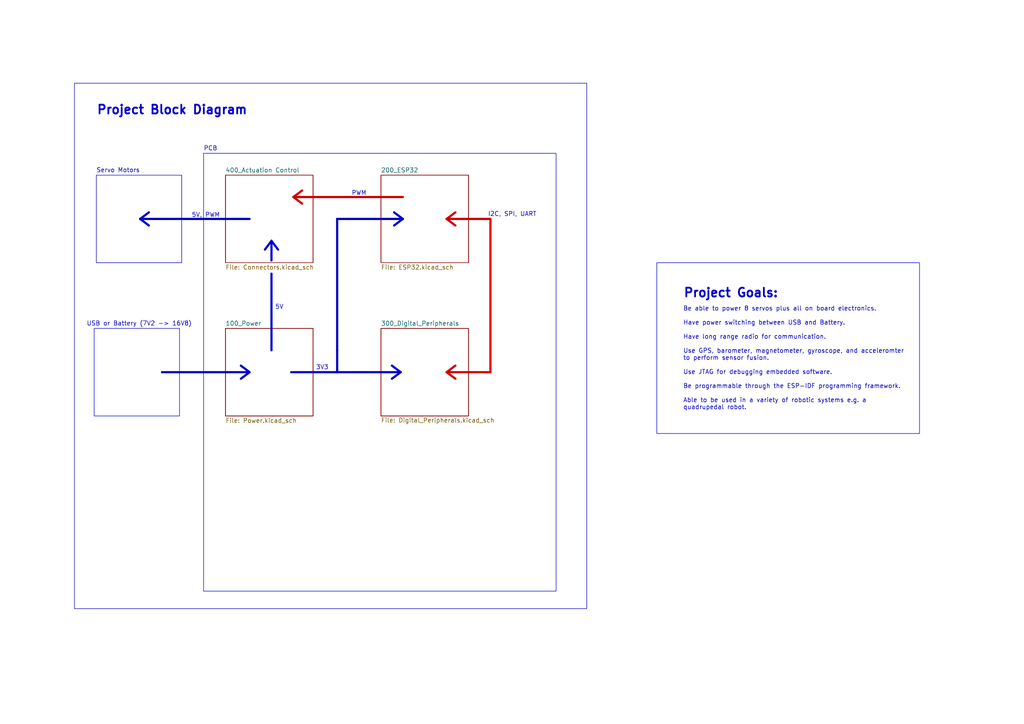
<source format=kicad_sch>
(kicad_sch
	(version 20250114)
	(generator "eeschema")
	(generator_version "9.0")
	(uuid "c0b09de1-c640-438f-9ef5-dda14a6aac71")
	(paper "A4")
	(title_block
		(title "Project Outline")
		(date "25-05-2025")
		(rev "0.0.1")
	)
	(lib_symbols)
	(rectangle
		(start 190.5 76.2)
		(end 266.7 125.73)
		(stroke
			(width 0)
			(type default)
		)
		(fill
			(type none)
		)
		(uuid 4fdfd36e-619e-4e2a-a450-7c3631cceab2)
	)
	(rectangle
		(start 21.59 24.13)
		(end 170.18 176.53)
		(stroke
			(width 0)
			(type default)
		)
		(fill
			(type none)
		)
		(uuid 6c7b8737-5bd1-4416-9439-eb4fc63ca7cf)
	)
	(rectangle
		(start 27.305 95.25)
		(end 52.07 120.65)
		(stroke
			(width 0)
			(type solid)
		)
		(fill
			(type none)
		)
		(uuid d7e9adc5-b3a8-4843-8b70-014d0d9c015b)
	)
	(rectangle
		(start 59.055 44.45)
		(end 161.29 171.45)
		(stroke
			(width 0)
			(type default)
		)
		(fill
			(type none)
		)
		(uuid e5358679-89bd-47a7-a7f9-8fd82dbbf6a7)
	)
	(rectangle
		(start 27.94 50.8)
		(end 52.705 76.2)
		(stroke
			(width 0)
			(type solid)
		)
		(fill
			(type none)
		)
		(uuid e95c808f-9af3-411b-b5e1-738920894a40)
	)
	(text "3V3"
		(exclude_from_sim no)
		(at 93.472 106.68 0)
		(effects
			(font
				(size 1.27 1.27)
			)
		)
		(uuid "16d28804-02d1-4aaf-88d3-6d5ac1466cb9")
	)
	(text "I2C, SPI, UART"
		(exclude_from_sim no)
		(at 148.59 62.23 0)
		(effects
			(font
				(size 1.27 1.27)
			)
		)
		(uuid "1fe92bc1-b97b-46e6-b794-17ee6c102816")
	)
	(text "Be able to power 8 servos plus all on board electronics.\n\nHave power switching between USB and Battery. \n\nHave long range radio for communication.\n\nUse GPS, barometer, magnetometer, gyroscope, and acceleromter\nto perform sensor fusion.\n\nUse JTAG for debugging embedded software.\n\nBe programmable through the ESP-IDF programming framework.\n\nAble to be used in a variety of robotic systems e.g. a \nquadrupedal robot.\n\n"
		(exclude_from_sim no)
		(at 198.12 88.9 0)
		(effects
			(font
				(size 1.27 1.27)
				(thickness 0.1588)
			)
			(justify left top)
		)
		(uuid "54568c30-a9d8-4f6a-9e2c-fe2f2e2d2a87")
	)
	(text "PCB"
		(exclude_from_sim no)
		(at 59.055 43.18 0)
		(effects
			(font
				(size 1.27 1.27)
			)
			(justify left)
		)
		(uuid "67814f73-ba95-40d9-b6bb-a1ff0c021892")
	)
	(text "5V, PWM"
		(exclude_from_sim no)
		(at 59.69 62.484 0)
		(effects
			(font
				(size 1.27 1.27)
			)
		)
		(uuid "6975129d-d633-4677-b0ea-2dacfa86f367")
	)
	(text "PWM"
		(exclude_from_sim no)
		(at 104.14 56.134 0)
		(effects
			(font
				(size 1.27 1.27)
			)
		)
		(uuid "9427a58f-99ed-4de8-bea6-ed1cc935661c")
	)
	(text "Project Block Diagram\n"
		(exclude_from_sim no)
		(at 27.94 32.004 0)
		(effects
			(font
				(size 2.54 2.54)
				(thickness 0.508)
				(bold yes)
			)
			(justify left)
		)
		(uuid "97f2fcb2-e6cb-4181-8e57-cd9765dfbb58")
	)
	(text "5V"
		(exclude_from_sim no)
		(at 81.026 89.154 0)
		(effects
			(font
				(size 1.27 1.27)
			)
		)
		(uuid "abe2a66f-66b6-4abb-b819-934f705b24f2")
	)
	(text "USB or Battery (7V2 -> 16V8)\n"
		(exclude_from_sim no)
		(at 40.386 93.98 0)
		(effects
			(font
				(size 1.27 1.27)
			)
		)
		(uuid "b9b13ddb-06ff-49bd-906e-50ce5ab276a6")
	)
	(text "Project Goals:\n"
		(exclude_from_sim no)
		(at 198.12 85.09 0)
		(effects
			(font
				(size 2.54 2.54)
				(thickness 0.508)
				(bold yes)
			)
			(justify left)
		)
		(uuid "bbaf2613-c649-4332-bd37-883a28b2b15a")
	)
	(text "Servo Motors"
		(exclude_from_sim no)
		(at 27.94 49.53 0)
		(effects
			(font
				(size 1.27 1.27)
			)
			(justify left)
		)
		(uuid "efb3ac08-9524-457f-8731-bff5a76ba401")
	)
	(polyline
		(pts
			(xy 129.54 63.5) (xy 142.24 63.5)
		)
		(stroke
			(width 0.635)
			(type solid)
			(color 200 0 0 1)
		)
		(uuid "09223a23-70d0-4796-bd91-e5a32670707e")
	)
	(polyline
		(pts
			(xy 97.79 107.95) (xy 97.79 101.6)
		)
		(stroke
			(width 0.635)
			(type solid)
		)
		(uuid "11799bed-5559-428c-aa36-0ca3cc3ae1fc")
	)
	(polyline
		(pts
			(xy 40.64 63.5) (xy 43.18 61.595)
		)
		(stroke
			(width 0.635)
			(type solid)
		)
		(uuid "1a2c1e9a-9e72-4c75-95e3-a0c3d0982a56")
	)
	(polyline
		(pts
			(xy 85.09 57.15) (xy 87.63 59.055)
		)
		(stroke
			(width 0.635)
			(type solid)
			(color 200 0 0 1)
		)
		(uuid "3c5c8c46-f7b1-480b-b3ed-400cdba62ee0")
	)
	(polyline
		(pts
			(xy 78.74 69.85) (xy 76.835 72.39)
		)
		(stroke
			(width 0.635)
			(type solid)
		)
		(uuid "43e49af7-5ae8-4670-9971-abfb00210243")
	)
	(polyline
		(pts
			(xy 72.39 107.95) (xy 69.85 109.855)
		)
		(stroke
			(width 0.635)
			(type solid)
		)
		(uuid "45937646-d58e-436f-93e3-97ac5ad89636")
	)
	(polyline
		(pts
			(xy 116.205 107.95) (xy 113.665 106.045)
		)
		(stroke
			(width 0.635)
			(type solid)
		)
		(uuid "47c4edf8-8ba1-410a-a5ab-e90c30ab101a")
	)
	(polyline
		(pts
			(xy 78.74 79.375) (xy 78.74 101.6)
		)
		(stroke
			(width 0.635)
			(type solid)
		)
		(uuid "57cabaf0-3441-415e-b1e7-ddaa4471fa36")
	)
	(polyline
		(pts
			(xy 46.99 107.95) (xy 71.755 107.95)
		)
		(stroke
			(width 0.635)
			(type solid)
		)
		(uuid "5b9ec63e-f369-4457-9335-12e37ea40187")
	)
	(polyline
		(pts
			(xy 40.64 63.5) (xy 72.39 63.5)
		)
		(stroke
			(width 0.635)
			(type solid)
		)
		(uuid "5c49250e-2b8b-4613-ab3e-7f0ff017cf40")
	)
	(polyline
		(pts
			(xy 97.79 63.5) (xy 116.84 63.5)
		)
		(stroke
			(width 0.635)
			(type solid)
		)
		(uuid "5e072b8e-e5ab-4148-b908-de9c4a2856c3")
	)
	(polyline
		(pts
			(xy 129.54 107.95) (xy 132.08 106.045)
		)
		(stroke
			(width 0.635)
			(type solid)
			(color 200 0 0 1)
		)
		(uuid "5e3d30ad-5f25-4284-8988-89ed7c403162")
	)
	(polyline
		(pts
			(xy 129.54 63.5) (xy 132.08 65.405)
		)
		(stroke
			(width 0.635)
			(type solid)
			(color 200 0 0 1)
		)
		(uuid "6190a74f-ac48-4c1f-9d35-d29cf96f6ad1")
	)
	(polyline
		(pts
			(xy 40.64 63.5) (xy 43.18 65.405)
		)
		(stroke
			(width 0.635)
			(type solid)
		)
		(uuid "659edb08-998f-4227-b04b-7ab75364f9a0")
	)
	(polyline
		(pts
			(xy 116.205 107.95) (xy 113.665 109.855)
		)
		(stroke
			(width 0.635)
			(type solid)
		)
		(uuid "7304f160-dec2-4dc3-920b-82c343622685")
	)
	(polyline
		(pts
			(xy 78.74 69.85) (xy 78.74 75.565)
		)
		(stroke
			(width 0.635)
			(type solid)
		)
		(uuid "810f4e01-f341-4651-9e61-c53ebb64eadd")
	)
	(polyline
		(pts
			(xy 97.79 101.6) (xy 97.79 63.5)
		)
		(stroke
			(width 0.635)
			(type solid)
		)
		(uuid "84d04786-2544-40b7-96c7-4454961cc10c")
	)
	(polyline
		(pts
			(xy 116.84 63.5) (xy 114.3 61.595)
		)
		(stroke
			(width 0.635)
			(type solid)
		)
		(uuid "8f6d1685-4b56-45a3-b617-4cdce27ea10e")
	)
	(polyline
		(pts
			(xy 85.09 57.15) (xy 116.84 57.15)
		)
		(stroke
			(width 0.635)
			(type solid)
			(color 200 0 0 1)
		)
		(uuid "9d32616e-9181-4bd8-bd40-75e6d879bf87")
	)
	(polyline
		(pts
			(xy 72.39 107.95) (xy 69.85 106.045)
		)
		(stroke
			(width 0.635)
			(type solid)
		)
		(uuid "9e3932f3-78e6-467a-a233-6f85d750c7a1")
	)
	(polyline
		(pts
			(xy 129.54 107.95) (xy 132.08 109.855)
		)
		(stroke
			(width 0.635)
			(type solid)
			(color 200 0 0 1)
		)
		(uuid "a9ff4042-ed04-4e88-8abe-7a76ae691ea5")
	)
	(polyline
		(pts
			(xy 129.54 63.5) (xy 132.08 61.595)
		)
		(stroke
			(width 0.635)
			(type solid)
			(color 200 0 0 1)
		)
		(uuid "b979bd29-2d35-4754-9591-f8bfebb889bf")
	)
	(polyline
		(pts
			(xy 142.24 63.5) (xy 142.24 107.95)
		)
		(stroke
			(width 0.635)
			(type solid)
			(color 200 0 0 1)
		)
		(uuid "becb5ae3-5048-46f4-bcd8-e063edbb5024")
	)
	(polyline
		(pts
			(xy 78.74 69.85) (xy 80.645 72.39)
		)
		(stroke
			(width 0.635)
			(type solid)
		)
		(uuid "c14e336f-c132-4c17-b0f3-0f25e9cb1a1e")
	)
	(polyline
		(pts
			(xy 116.84 63.5) (xy 114.3 65.405)
		)
		(stroke
			(width 0.635)
			(type solid)
		)
		(uuid "c9814e29-41c7-44c7-8be2-1ee1ccc9d818")
	)
	(polyline
		(pts
			(xy 84.455 107.95) (xy 116.205 107.95)
		)
		(stroke
			(width 0.635)
			(type solid)
		)
		(uuid "d6edb6b4-6ecf-4533-bcec-31742c690a88")
	)
	(polyline
		(pts
			(xy 85.09 57.15) (xy 87.63 55.245)
		)
		(stroke
			(width 0.635)
			(type solid)
			(color 200 0 0 1)
		)
		(uuid "e784cfbf-2e14-48ba-b259-552345516d48")
	)
	(polyline
		(pts
			(xy 129.54 107.95) (xy 142.24 107.95)
		)
		(stroke
			(width 0.635)
			(type solid)
			(color 200 0 0 1)
		)
		(uuid "f8ed24bf-dd59-4002-b80c-57d3da9fac10")
	)
	(sheet
		(at 110.49 95.25)
		(size 25.4 25.4)
		(exclude_from_sim no)
		(in_bom yes)
		(on_board yes)
		(dnp no)
		(stroke
			(width 0.1524)
			(type solid)
		)
		(fill
			(color 0 0 0 0.0000)
		)
		(uuid "6e3c2630-2fcb-4f90-ad6a-c196891e487c")
		(property "Sheetname" "300_Digital_Peripherals"
			(at 110.49 94.5384 0)
			(effects
				(font
					(size 1.27 1.27)
				)
				(justify left bottom)
			)
		)
		(property "Sheetfile" "Digital_Peripherals.kicad_sch"
			(at 110.49 121.158 0)
			(effects
				(font
					(size 1.27 1.27)
				)
				(justify left top)
			)
		)
		(instances
			(project "MCU_AURA"
				(path "/c0b09de1-c640-438f-9ef5-dda14a6aac71"
					(page "4")
				)
			)
		)
	)
	(sheet
		(at 110.49 50.8)
		(size 25.4 25.4)
		(exclude_from_sim no)
		(in_bom yes)
		(on_board yes)
		(dnp no)
		(fields_autoplaced yes)
		(stroke
			(width 0.1524)
			(type solid)
		)
		(fill
			(color 0 0 0 0.0000)
		)
		(uuid "b7286ff6-080d-4fe9-98ea-7dd25e1f4a61")
		(property "Sheetname" "200_ESP32"
			(at 110.49 50.0884 0)
			(effects
				(font
					(size 1.27 1.27)
				)
				(justify left bottom)
			)
		)
		(property "Sheetfile" "ESP32.kicad_sch"
			(at 110.49 76.7846 0)
			(effects
				(font
					(size 1.27 1.27)
				)
				(justify left top)
			)
		)
		(instances
			(project "MCU_AURA"
				(path "/c0b09de1-c640-438f-9ef5-dda14a6aac71"
					(page "3")
				)
			)
		)
	)
	(sheet
		(at 65.405 50.8)
		(size 25.4 25.4)
		(exclude_from_sim no)
		(in_bom yes)
		(on_board yes)
		(dnp no)
		(fields_autoplaced yes)
		(stroke
			(width 0.1524)
			(type solid)
		)
		(fill
			(color 0 0 0 0.0000)
		)
		(uuid "bf94e7c9-9821-4c41-aadb-9bb6d92f20f0")
		(property "Sheetname" "400_Actuation Control"
			(at 65.405 50.0884 0)
			(effects
				(font
					(size 1.27 1.27)
				)
				(justify left bottom)
			)
		)
		(property "Sheetfile" "Connectors.kicad_sch"
			(at 65.405 76.7846 0)
			(effects
				(font
					(size 1.27 1.27)
				)
				(justify left top)
			)
		)
		(instances
			(project "MCU_AURA"
				(path "/c0b09de1-c640-438f-9ef5-dda14a6aac71"
					(page "6")
				)
			)
		)
	)
	(sheet
		(at 65.405 95.25)
		(size 25.4 25.4)
		(exclude_from_sim no)
		(in_bom yes)
		(on_board yes)
		(dnp no)
		(fields_autoplaced yes)
		(stroke
			(width 0.1524)
			(type solid)
		)
		(fill
			(color 0 0 0 0.0000)
		)
		(uuid "c5906580-2f17-4557-899f-eb3151fe9c9e")
		(property "Sheetname" "100_Power"
			(at 65.405 94.5384 0)
			(effects
				(font
					(size 1.27 1.27)
				)
				(justify left bottom)
			)
		)
		(property "Sheetfile" "Power.kicad_sch"
			(at 65.405 121.2346 0)
			(effects
				(font
					(size 1.27 1.27)
				)
				(justify left top)
			)
		)
		(instances
			(project "MCU_AURA"
				(path "/c0b09de1-c640-438f-9ef5-dda14a6aac71"
					(page "2")
				)
			)
		)
	)
	(sheet_instances
		(path "/"
			(page "1")
		)
	)
	(embedded_fonts no)
)

</source>
